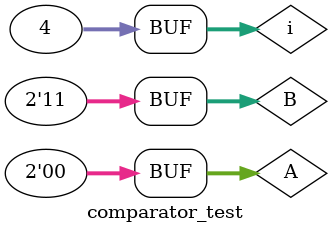
<source format=v>
`include "comparator.v"
`timescale 1ns/1ns

module comparator_test;
 reg [1:0] A, B;
 wire A_less_B, A_equal_B, A_greater_B;
 integer i;
 // device under test
 comparator UUT(A,B,A_less_B, A_equal_B, A_greater_B);
 initial begin
     $dumpfile("comparator_test.vcd");
     $dumpvars(0, comparator_test);
     $display("Test begin: \n");
      for (i=0;i<4;i=i+1)
      begin
           A = i;
           B = i + 1;
           #20;
      end
      for (i=0;i<4;i=i+1)
      begin
           A = i;
           B = i;
           #20;
      end
      for (i=0; i<4; i=i+1)
      begin
           A = i+1;
           B = i;
           #20;
      end
 end
 endmodule
</source>
